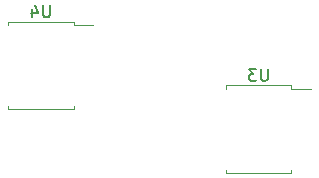
<source format=gbr>
G04 #@! TF.GenerationSoftware,KiCad,Pcbnew,(5.1.8)-1*
G04 #@! TF.CreationDate,2021-03-17T09:54:22-07:00*
G04 #@! TF.ProjectId,MCL64,4d434c36-342e-46b6-9963-61645f706362,rev?*
G04 #@! TF.SameCoordinates,Original*
G04 #@! TF.FileFunction,Legend,Bot*
G04 #@! TF.FilePolarity,Positive*
%FSLAX46Y46*%
G04 Gerber Fmt 4.6, Leading zero omitted, Abs format (unit mm)*
G04 Created by KiCad (PCBNEW (5.1.8)-1) date 2021-03-17 09:54:22*
%MOMM*%
%LPD*%
G01*
G04 APERTURE LIST*
%ADD10C,0.120000*%
%ADD11C,0.150000*%
G04 APERTURE END LIST*
D10*
X100534760Y-117390260D02*
X102224760Y-117390260D01*
X100534760Y-117115260D02*
X100534760Y-117390260D01*
X97774760Y-117115260D02*
X100534760Y-117115260D01*
X95014760Y-117115260D02*
X95014760Y-117390260D01*
X97774760Y-117115260D02*
X95014760Y-117115260D01*
X100534760Y-124535260D02*
X100534760Y-124260260D01*
X97774760Y-124535260D02*
X100534760Y-124535260D01*
X95014760Y-124535260D02*
X95014760Y-124260260D01*
X97774760Y-124535260D02*
X95014760Y-124535260D01*
X118975160Y-122777600D02*
X120665160Y-122777600D01*
X118975160Y-122502600D02*
X118975160Y-122777600D01*
X116215160Y-122502600D02*
X118975160Y-122502600D01*
X113455160Y-122502600D02*
X113455160Y-122777600D01*
X116215160Y-122502600D02*
X113455160Y-122502600D01*
X118975160Y-129922600D02*
X118975160Y-129647600D01*
X116215160Y-129922600D02*
X118975160Y-129922600D01*
X113455160Y-129922600D02*
X113455160Y-129647600D01*
X116215160Y-129922600D02*
X113455160Y-129922600D01*
D11*
X98536664Y-115727640D02*
X98536664Y-116537164D01*
X98489045Y-116632402D01*
X98441426Y-116680021D01*
X98346188Y-116727640D01*
X98155712Y-116727640D01*
X98060474Y-116680021D01*
X98012855Y-116632402D01*
X97965236Y-116537164D01*
X97965236Y-115727640D01*
X97060474Y-116060974D02*
X97060474Y-116727640D01*
X97298569Y-115680021D02*
X97536664Y-116394307D01*
X96917617Y-116394307D01*
X116977064Y-121114980D02*
X116977064Y-121924504D01*
X116929445Y-122019742D01*
X116881826Y-122067361D01*
X116786588Y-122114980D01*
X116596112Y-122114980D01*
X116500874Y-122067361D01*
X116453255Y-122019742D01*
X116405636Y-121924504D01*
X116405636Y-121114980D01*
X116024683Y-121114980D02*
X115405636Y-121114980D01*
X115738969Y-121495933D01*
X115596112Y-121495933D01*
X115500874Y-121543552D01*
X115453255Y-121591171D01*
X115405636Y-121686409D01*
X115405636Y-121924504D01*
X115453255Y-122019742D01*
X115500874Y-122067361D01*
X115596112Y-122114980D01*
X115881826Y-122114980D01*
X115977064Y-122067361D01*
X116024683Y-122019742D01*
M02*

</source>
